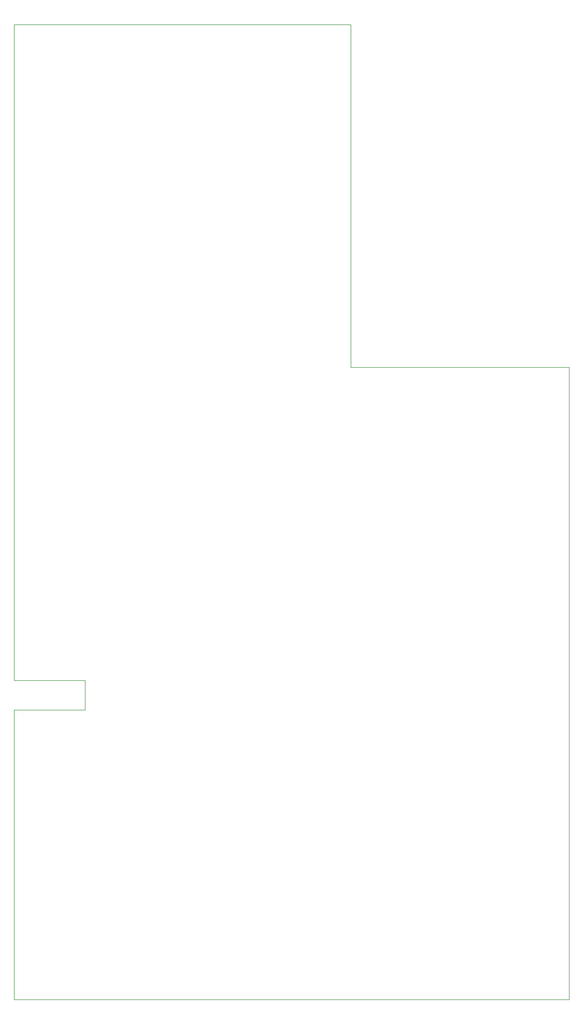
<source format=gbr>
%TF.GenerationSoftware,KiCad,Pcbnew,5.1.12-84ad8e8a86~92~ubuntu20.04.1*%
%TF.CreationDate,2021-11-13T16:11:19-05:00*%
%TF.ProjectId,gearseq,67656172-7365-4712-9e6b-696361645f70,rev?*%
%TF.SameCoordinates,Original*%
%TF.FileFunction,Profile,NP*%
%FSLAX46Y46*%
G04 Gerber Fmt 4.6, Leading zero omitted, Abs format (unit mm)*
G04 Created by KiCad (PCBNEW 5.1.12-84ad8e8a86~92~ubuntu20.04.1) date 2021-11-13 16:11:19*
%MOMM*%
%LPD*%
G01*
G04 APERTURE LIST*
%TA.AperFunction,Profile*%
%ADD10C,0.100000*%
%TD*%
G04 APERTURE END LIST*
D10*
X26000000Y-138000000D02*
X26000000Y-187000000D01*
X38000000Y-138000000D02*
X26000000Y-138000000D01*
X38000000Y-133000000D02*
X38000000Y-138000000D01*
X26000000Y-133000000D02*
X38000000Y-133000000D01*
X120000000Y-80000000D02*
X83000000Y-80000000D01*
X83000000Y-80000000D02*
X83000000Y-22000000D01*
X26000000Y-133000000D02*
X26000000Y-22000000D01*
X120000000Y-187000000D02*
X26000000Y-187000000D01*
X120000000Y-80000000D02*
X120000000Y-187000000D01*
X26000000Y-22000000D02*
X83000000Y-22000000D01*
M02*

</source>
